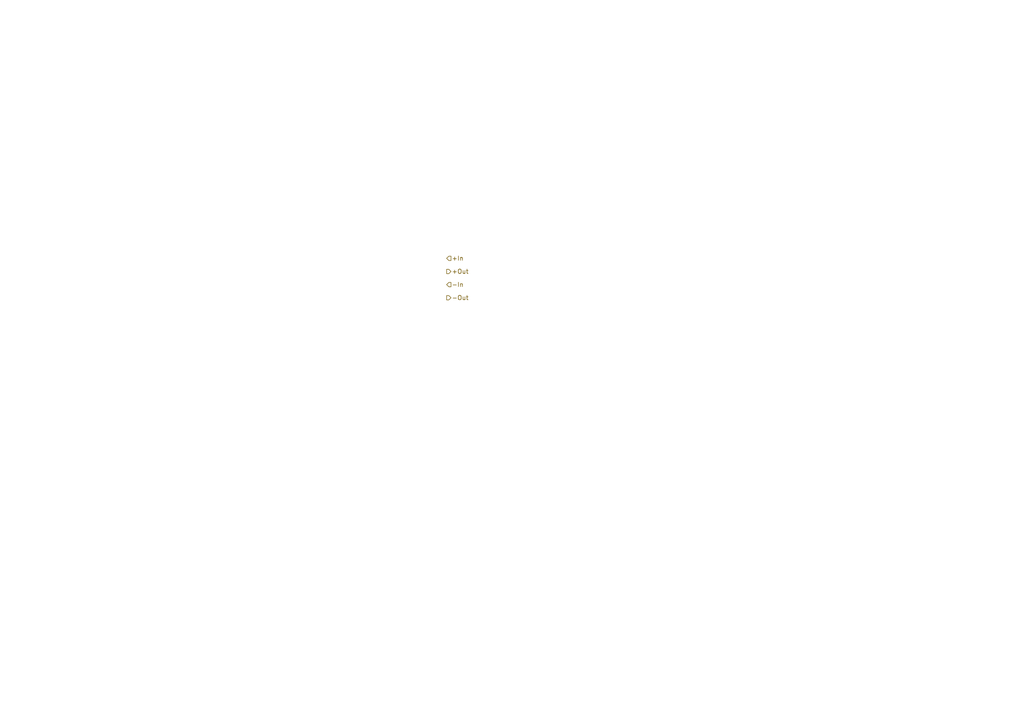
<source format=kicad_sch>
(kicad_sch
	(version 20231120)
	(generator "eeschema")
	(generator_version "8.0")
	(uuid "f7699b28-dfd0-4530-8f0c-9aa463992e8a")
	(paper "A4")
	(lib_symbols)
	(hierarchical_label "+Out"
		(shape output)
		(at 129.54 78.74 0)
		(fields_autoplaced yes)
		(effects
			(font
				(size 1.27 1.27)
			)
			(justify left)
		)
		(uuid "0498f53c-6978-4069-9956-675b0a641e47")
	)
	(hierarchical_label "-Out"
		(shape output)
		(at 129.54 86.36 0)
		(fields_autoplaced yes)
		(effects
			(font
				(size 1.27 1.27)
			)
			(justify left)
		)
		(uuid "bc38bbb6-fab1-447a-a612-9a6cb9d87c43")
	)
	(hierarchical_label "-In"
		(shape input)
		(at 129.54 82.55 0)
		(fields_autoplaced yes)
		(effects
			(font
				(size 1.27 1.27)
			)
			(justify left)
		)
		(uuid "ddb45c3a-4d68-4b40-8c86-30be270d019f")
	)
	(hierarchical_label "+In"
		(shape input)
		(at 129.54 74.93 0)
		(fields_autoplaced yes)
		(effects
			(font
				(size 1.27 1.27)
			)
			(justify left)
		)
		(uuid "e44a1585-8c10-44c0-a92a-108762b14d04")
	)
)

</source>
